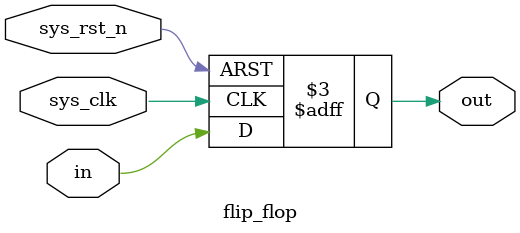
<source format=v>
module flip_flop
(
	input wire in,
	input wire sys_clk,
	input wire sys_rst_n,
	
	output reg out
);

always@(posedge sys_clk or negedge sys_rst_n)
begin 
	if(sys_rst_n == 1'b0)
		out <= 1'b0;
	else
		out <= in;
end


endmodule 
</source>
